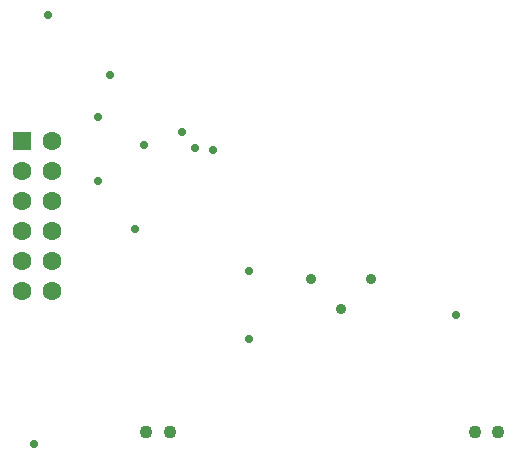
<source format=gbs>
G04 Layer_Color=16711935*
%FSLAX25Y25*%
%MOIN*%
G70*
G01*
G75*
%ADD70C,0.03600*%
%ADD71R,0.06305X0.06305*%
%ADD72C,0.06305*%
%ADD73C,0.04337*%
%ADD74C,0.02800*%
D70*
X287402Y314961D02*
D03*
X277402Y304961D02*
D03*
X267402Y314961D02*
D03*
D71*
X171102Y360709D02*
D03*
D72*
X181102D02*
D03*
X171102Y350709D02*
D03*
X181102D02*
D03*
X171102Y340709D02*
D03*
X181102D02*
D03*
X171102Y330709D02*
D03*
X181102D02*
D03*
X171102Y320709D02*
D03*
X181102D02*
D03*
X171102Y310709D02*
D03*
X181102D02*
D03*
D73*
X212598Y263779D02*
D03*
X220472D02*
D03*
X322126Y263800D02*
D03*
X330000D02*
D03*
D74*
X200500Y382700D02*
D03*
X211700Y359500D02*
D03*
X209000Y331600D02*
D03*
X196400Y347300D02*
D03*
Y368800D02*
D03*
X235000Y357800D02*
D03*
X179700Y402800D02*
D03*
X315700Y302700D02*
D03*
X246900Y317400D02*
D03*
Y294900D02*
D03*
X175197Y259843D02*
D03*
X224400Y363700D02*
D03*
X228700Y358600D02*
D03*
M02*

</source>
